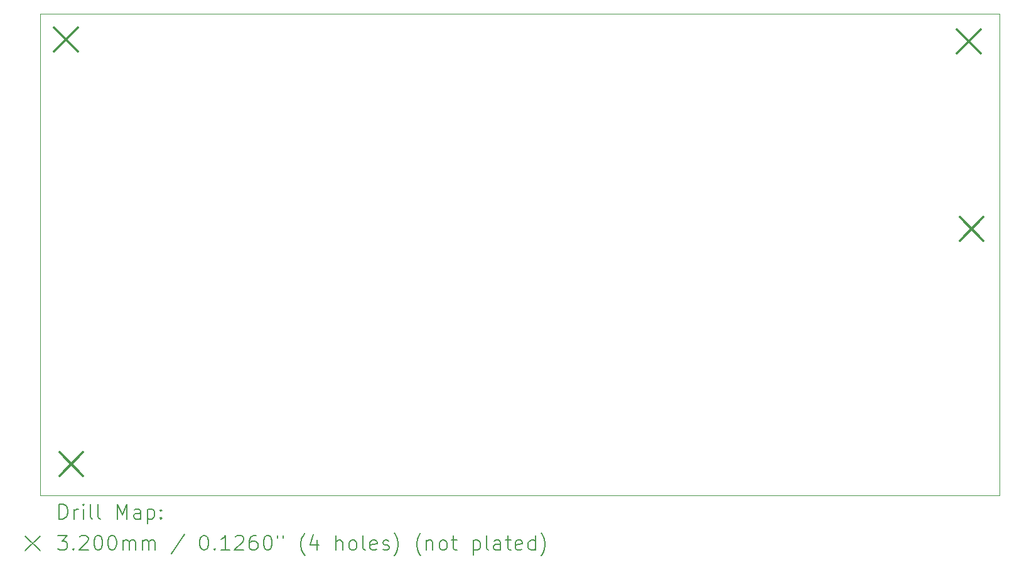
<source format=gbr>
%TF.GenerationSoftware,KiCad,Pcbnew,7.0.9*%
%TF.CreationDate,2024-02-13T17:02:38-03:00*%
%TF.ProjectId,pedido_casamento_smd,70656469-646f-45f6-9361-73616d656e74,rev?*%
%TF.SameCoordinates,Original*%
%TF.FileFunction,Drillmap*%
%TF.FilePolarity,Positive*%
%FSLAX45Y45*%
G04 Gerber Fmt 4.5, Leading zero omitted, Abs format (unit mm)*
G04 Created by KiCad (PCBNEW 7.0.9) date 2024-02-13 17:02:38*
%MOMM*%
%LPD*%
G01*
G04 APERTURE LIST*
%ADD10C,0.100000*%
%ADD11C,0.200000*%
%ADD12C,0.320000*%
G04 APERTURE END LIST*
D10*
X10147300Y-9624060D02*
X23078440Y-9624060D01*
X23078440Y-16128100D01*
X10147300Y-16128100D01*
X10147300Y-9624060D01*
D11*
D12*
X10330000Y-9810000D02*
X10650000Y-10130000D01*
X10650000Y-9810000D02*
X10330000Y-10130000D01*
X10405000Y-15540000D02*
X10725000Y-15860000D01*
X10725000Y-15540000D02*
X10405000Y-15860000D01*
X22510000Y-9835000D02*
X22830000Y-10155000D01*
X22830000Y-9835000D02*
X22510000Y-10155000D01*
X22545000Y-12370000D02*
X22865000Y-12690000D01*
X22865000Y-12370000D02*
X22545000Y-12690000D01*
D11*
X10403077Y-16444584D02*
X10403077Y-16244584D01*
X10403077Y-16244584D02*
X10450696Y-16244584D01*
X10450696Y-16244584D02*
X10479267Y-16254108D01*
X10479267Y-16254108D02*
X10498315Y-16273155D01*
X10498315Y-16273155D02*
X10507839Y-16292203D01*
X10507839Y-16292203D02*
X10517363Y-16330298D01*
X10517363Y-16330298D02*
X10517363Y-16358869D01*
X10517363Y-16358869D02*
X10507839Y-16396965D01*
X10507839Y-16396965D02*
X10498315Y-16416012D01*
X10498315Y-16416012D02*
X10479267Y-16435060D01*
X10479267Y-16435060D02*
X10450696Y-16444584D01*
X10450696Y-16444584D02*
X10403077Y-16444584D01*
X10603077Y-16444584D02*
X10603077Y-16311250D01*
X10603077Y-16349346D02*
X10612601Y-16330298D01*
X10612601Y-16330298D02*
X10622124Y-16320774D01*
X10622124Y-16320774D02*
X10641172Y-16311250D01*
X10641172Y-16311250D02*
X10660220Y-16311250D01*
X10726886Y-16444584D02*
X10726886Y-16311250D01*
X10726886Y-16244584D02*
X10717363Y-16254108D01*
X10717363Y-16254108D02*
X10726886Y-16263631D01*
X10726886Y-16263631D02*
X10736410Y-16254108D01*
X10736410Y-16254108D02*
X10726886Y-16244584D01*
X10726886Y-16244584D02*
X10726886Y-16263631D01*
X10850696Y-16444584D02*
X10831648Y-16435060D01*
X10831648Y-16435060D02*
X10822124Y-16416012D01*
X10822124Y-16416012D02*
X10822124Y-16244584D01*
X10955458Y-16444584D02*
X10936410Y-16435060D01*
X10936410Y-16435060D02*
X10926886Y-16416012D01*
X10926886Y-16416012D02*
X10926886Y-16244584D01*
X11184029Y-16444584D02*
X11184029Y-16244584D01*
X11184029Y-16244584D02*
X11250696Y-16387441D01*
X11250696Y-16387441D02*
X11317362Y-16244584D01*
X11317362Y-16244584D02*
X11317362Y-16444584D01*
X11498315Y-16444584D02*
X11498315Y-16339822D01*
X11498315Y-16339822D02*
X11488791Y-16320774D01*
X11488791Y-16320774D02*
X11469743Y-16311250D01*
X11469743Y-16311250D02*
X11431648Y-16311250D01*
X11431648Y-16311250D02*
X11412601Y-16320774D01*
X11498315Y-16435060D02*
X11479267Y-16444584D01*
X11479267Y-16444584D02*
X11431648Y-16444584D01*
X11431648Y-16444584D02*
X11412601Y-16435060D01*
X11412601Y-16435060D02*
X11403077Y-16416012D01*
X11403077Y-16416012D02*
X11403077Y-16396965D01*
X11403077Y-16396965D02*
X11412601Y-16377917D01*
X11412601Y-16377917D02*
X11431648Y-16368393D01*
X11431648Y-16368393D02*
X11479267Y-16368393D01*
X11479267Y-16368393D02*
X11498315Y-16358869D01*
X11593553Y-16311250D02*
X11593553Y-16511250D01*
X11593553Y-16320774D02*
X11612601Y-16311250D01*
X11612601Y-16311250D02*
X11650696Y-16311250D01*
X11650696Y-16311250D02*
X11669743Y-16320774D01*
X11669743Y-16320774D02*
X11679267Y-16330298D01*
X11679267Y-16330298D02*
X11688791Y-16349346D01*
X11688791Y-16349346D02*
X11688791Y-16406488D01*
X11688791Y-16406488D02*
X11679267Y-16425536D01*
X11679267Y-16425536D02*
X11669743Y-16435060D01*
X11669743Y-16435060D02*
X11650696Y-16444584D01*
X11650696Y-16444584D02*
X11612601Y-16444584D01*
X11612601Y-16444584D02*
X11593553Y-16435060D01*
X11774505Y-16425536D02*
X11784029Y-16435060D01*
X11784029Y-16435060D02*
X11774505Y-16444584D01*
X11774505Y-16444584D02*
X11764982Y-16435060D01*
X11764982Y-16435060D02*
X11774505Y-16425536D01*
X11774505Y-16425536D02*
X11774505Y-16444584D01*
X11774505Y-16320774D02*
X11784029Y-16330298D01*
X11784029Y-16330298D02*
X11774505Y-16339822D01*
X11774505Y-16339822D02*
X11764982Y-16330298D01*
X11764982Y-16330298D02*
X11774505Y-16320774D01*
X11774505Y-16320774D02*
X11774505Y-16339822D01*
X9942300Y-16673100D02*
X10142300Y-16873100D01*
X10142300Y-16673100D02*
X9942300Y-16873100D01*
X10384029Y-16664584D02*
X10507839Y-16664584D01*
X10507839Y-16664584D02*
X10441172Y-16740774D01*
X10441172Y-16740774D02*
X10469744Y-16740774D01*
X10469744Y-16740774D02*
X10488791Y-16750298D01*
X10488791Y-16750298D02*
X10498315Y-16759822D01*
X10498315Y-16759822D02*
X10507839Y-16778870D01*
X10507839Y-16778870D02*
X10507839Y-16826489D01*
X10507839Y-16826489D02*
X10498315Y-16845536D01*
X10498315Y-16845536D02*
X10488791Y-16855060D01*
X10488791Y-16855060D02*
X10469744Y-16864584D01*
X10469744Y-16864584D02*
X10412601Y-16864584D01*
X10412601Y-16864584D02*
X10393553Y-16855060D01*
X10393553Y-16855060D02*
X10384029Y-16845536D01*
X10593553Y-16845536D02*
X10603077Y-16855060D01*
X10603077Y-16855060D02*
X10593553Y-16864584D01*
X10593553Y-16864584D02*
X10584029Y-16855060D01*
X10584029Y-16855060D02*
X10593553Y-16845536D01*
X10593553Y-16845536D02*
X10593553Y-16864584D01*
X10679267Y-16683631D02*
X10688791Y-16674108D01*
X10688791Y-16674108D02*
X10707839Y-16664584D01*
X10707839Y-16664584D02*
X10755458Y-16664584D01*
X10755458Y-16664584D02*
X10774505Y-16674108D01*
X10774505Y-16674108D02*
X10784029Y-16683631D01*
X10784029Y-16683631D02*
X10793553Y-16702679D01*
X10793553Y-16702679D02*
X10793553Y-16721727D01*
X10793553Y-16721727D02*
X10784029Y-16750298D01*
X10784029Y-16750298D02*
X10669744Y-16864584D01*
X10669744Y-16864584D02*
X10793553Y-16864584D01*
X10917363Y-16664584D02*
X10936410Y-16664584D01*
X10936410Y-16664584D02*
X10955458Y-16674108D01*
X10955458Y-16674108D02*
X10964982Y-16683631D01*
X10964982Y-16683631D02*
X10974505Y-16702679D01*
X10974505Y-16702679D02*
X10984029Y-16740774D01*
X10984029Y-16740774D02*
X10984029Y-16788393D01*
X10984029Y-16788393D02*
X10974505Y-16826489D01*
X10974505Y-16826489D02*
X10964982Y-16845536D01*
X10964982Y-16845536D02*
X10955458Y-16855060D01*
X10955458Y-16855060D02*
X10936410Y-16864584D01*
X10936410Y-16864584D02*
X10917363Y-16864584D01*
X10917363Y-16864584D02*
X10898315Y-16855060D01*
X10898315Y-16855060D02*
X10888791Y-16845536D01*
X10888791Y-16845536D02*
X10879267Y-16826489D01*
X10879267Y-16826489D02*
X10869744Y-16788393D01*
X10869744Y-16788393D02*
X10869744Y-16740774D01*
X10869744Y-16740774D02*
X10879267Y-16702679D01*
X10879267Y-16702679D02*
X10888791Y-16683631D01*
X10888791Y-16683631D02*
X10898315Y-16674108D01*
X10898315Y-16674108D02*
X10917363Y-16664584D01*
X11107839Y-16664584D02*
X11126886Y-16664584D01*
X11126886Y-16664584D02*
X11145934Y-16674108D01*
X11145934Y-16674108D02*
X11155458Y-16683631D01*
X11155458Y-16683631D02*
X11164982Y-16702679D01*
X11164982Y-16702679D02*
X11174505Y-16740774D01*
X11174505Y-16740774D02*
X11174505Y-16788393D01*
X11174505Y-16788393D02*
X11164982Y-16826489D01*
X11164982Y-16826489D02*
X11155458Y-16845536D01*
X11155458Y-16845536D02*
X11145934Y-16855060D01*
X11145934Y-16855060D02*
X11126886Y-16864584D01*
X11126886Y-16864584D02*
X11107839Y-16864584D01*
X11107839Y-16864584D02*
X11088791Y-16855060D01*
X11088791Y-16855060D02*
X11079267Y-16845536D01*
X11079267Y-16845536D02*
X11069744Y-16826489D01*
X11069744Y-16826489D02*
X11060220Y-16788393D01*
X11060220Y-16788393D02*
X11060220Y-16740774D01*
X11060220Y-16740774D02*
X11069744Y-16702679D01*
X11069744Y-16702679D02*
X11079267Y-16683631D01*
X11079267Y-16683631D02*
X11088791Y-16674108D01*
X11088791Y-16674108D02*
X11107839Y-16664584D01*
X11260220Y-16864584D02*
X11260220Y-16731250D01*
X11260220Y-16750298D02*
X11269743Y-16740774D01*
X11269743Y-16740774D02*
X11288791Y-16731250D01*
X11288791Y-16731250D02*
X11317363Y-16731250D01*
X11317363Y-16731250D02*
X11336410Y-16740774D01*
X11336410Y-16740774D02*
X11345934Y-16759822D01*
X11345934Y-16759822D02*
X11345934Y-16864584D01*
X11345934Y-16759822D02*
X11355458Y-16740774D01*
X11355458Y-16740774D02*
X11374505Y-16731250D01*
X11374505Y-16731250D02*
X11403077Y-16731250D01*
X11403077Y-16731250D02*
X11422124Y-16740774D01*
X11422124Y-16740774D02*
X11431648Y-16759822D01*
X11431648Y-16759822D02*
X11431648Y-16864584D01*
X11526886Y-16864584D02*
X11526886Y-16731250D01*
X11526886Y-16750298D02*
X11536410Y-16740774D01*
X11536410Y-16740774D02*
X11555458Y-16731250D01*
X11555458Y-16731250D02*
X11584029Y-16731250D01*
X11584029Y-16731250D02*
X11603077Y-16740774D01*
X11603077Y-16740774D02*
X11612601Y-16759822D01*
X11612601Y-16759822D02*
X11612601Y-16864584D01*
X11612601Y-16759822D02*
X11622124Y-16740774D01*
X11622124Y-16740774D02*
X11641172Y-16731250D01*
X11641172Y-16731250D02*
X11669743Y-16731250D01*
X11669743Y-16731250D02*
X11688791Y-16740774D01*
X11688791Y-16740774D02*
X11698315Y-16759822D01*
X11698315Y-16759822D02*
X11698315Y-16864584D01*
X12088791Y-16655060D02*
X11917363Y-16912203D01*
X12345934Y-16664584D02*
X12364982Y-16664584D01*
X12364982Y-16664584D02*
X12384029Y-16674108D01*
X12384029Y-16674108D02*
X12393553Y-16683631D01*
X12393553Y-16683631D02*
X12403077Y-16702679D01*
X12403077Y-16702679D02*
X12412601Y-16740774D01*
X12412601Y-16740774D02*
X12412601Y-16788393D01*
X12412601Y-16788393D02*
X12403077Y-16826489D01*
X12403077Y-16826489D02*
X12393553Y-16845536D01*
X12393553Y-16845536D02*
X12384029Y-16855060D01*
X12384029Y-16855060D02*
X12364982Y-16864584D01*
X12364982Y-16864584D02*
X12345934Y-16864584D01*
X12345934Y-16864584D02*
X12326886Y-16855060D01*
X12326886Y-16855060D02*
X12317363Y-16845536D01*
X12317363Y-16845536D02*
X12307839Y-16826489D01*
X12307839Y-16826489D02*
X12298315Y-16788393D01*
X12298315Y-16788393D02*
X12298315Y-16740774D01*
X12298315Y-16740774D02*
X12307839Y-16702679D01*
X12307839Y-16702679D02*
X12317363Y-16683631D01*
X12317363Y-16683631D02*
X12326886Y-16674108D01*
X12326886Y-16674108D02*
X12345934Y-16664584D01*
X12498315Y-16845536D02*
X12507839Y-16855060D01*
X12507839Y-16855060D02*
X12498315Y-16864584D01*
X12498315Y-16864584D02*
X12488791Y-16855060D01*
X12488791Y-16855060D02*
X12498315Y-16845536D01*
X12498315Y-16845536D02*
X12498315Y-16864584D01*
X12698315Y-16864584D02*
X12584029Y-16864584D01*
X12641172Y-16864584D02*
X12641172Y-16664584D01*
X12641172Y-16664584D02*
X12622125Y-16693155D01*
X12622125Y-16693155D02*
X12603077Y-16712203D01*
X12603077Y-16712203D02*
X12584029Y-16721727D01*
X12774506Y-16683631D02*
X12784029Y-16674108D01*
X12784029Y-16674108D02*
X12803077Y-16664584D01*
X12803077Y-16664584D02*
X12850696Y-16664584D01*
X12850696Y-16664584D02*
X12869744Y-16674108D01*
X12869744Y-16674108D02*
X12879267Y-16683631D01*
X12879267Y-16683631D02*
X12888791Y-16702679D01*
X12888791Y-16702679D02*
X12888791Y-16721727D01*
X12888791Y-16721727D02*
X12879267Y-16750298D01*
X12879267Y-16750298D02*
X12764982Y-16864584D01*
X12764982Y-16864584D02*
X12888791Y-16864584D01*
X13060220Y-16664584D02*
X13022125Y-16664584D01*
X13022125Y-16664584D02*
X13003077Y-16674108D01*
X13003077Y-16674108D02*
X12993553Y-16683631D01*
X12993553Y-16683631D02*
X12974506Y-16712203D01*
X12974506Y-16712203D02*
X12964982Y-16750298D01*
X12964982Y-16750298D02*
X12964982Y-16826489D01*
X12964982Y-16826489D02*
X12974506Y-16845536D01*
X12974506Y-16845536D02*
X12984029Y-16855060D01*
X12984029Y-16855060D02*
X13003077Y-16864584D01*
X13003077Y-16864584D02*
X13041172Y-16864584D01*
X13041172Y-16864584D02*
X13060220Y-16855060D01*
X13060220Y-16855060D02*
X13069744Y-16845536D01*
X13069744Y-16845536D02*
X13079267Y-16826489D01*
X13079267Y-16826489D02*
X13079267Y-16778870D01*
X13079267Y-16778870D02*
X13069744Y-16759822D01*
X13069744Y-16759822D02*
X13060220Y-16750298D01*
X13060220Y-16750298D02*
X13041172Y-16740774D01*
X13041172Y-16740774D02*
X13003077Y-16740774D01*
X13003077Y-16740774D02*
X12984029Y-16750298D01*
X12984029Y-16750298D02*
X12974506Y-16759822D01*
X12974506Y-16759822D02*
X12964982Y-16778870D01*
X13203077Y-16664584D02*
X13222125Y-16664584D01*
X13222125Y-16664584D02*
X13241172Y-16674108D01*
X13241172Y-16674108D02*
X13250696Y-16683631D01*
X13250696Y-16683631D02*
X13260220Y-16702679D01*
X13260220Y-16702679D02*
X13269744Y-16740774D01*
X13269744Y-16740774D02*
X13269744Y-16788393D01*
X13269744Y-16788393D02*
X13260220Y-16826489D01*
X13260220Y-16826489D02*
X13250696Y-16845536D01*
X13250696Y-16845536D02*
X13241172Y-16855060D01*
X13241172Y-16855060D02*
X13222125Y-16864584D01*
X13222125Y-16864584D02*
X13203077Y-16864584D01*
X13203077Y-16864584D02*
X13184029Y-16855060D01*
X13184029Y-16855060D02*
X13174506Y-16845536D01*
X13174506Y-16845536D02*
X13164982Y-16826489D01*
X13164982Y-16826489D02*
X13155458Y-16788393D01*
X13155458Y-16788393D02*
X13155458Y-16740774D01*
X13155458Y-16740774D02*
X13164982Y-16702679D01*
X13164982Y-16702679D02*
X13174506Y-16683631D01*
X13174506Y-16683631D02*
X13184029Y-16674108D01*
X13184029Y-16674108D02*
X13203077Y-16664584D01*
X13345934Y-16664584D02*
X13345934Y-16702679D01*
X13422125Y-16664584D02*
X13422125Y-16702679D01*
X13717363Y-16940774D02*
X13707839Y-16931250D01*
X13707839Y-16931250D02*
X13688791Y-16902679D01*
X13688791Y-16902679D02*
X13679268Y-16883631D01*
X13679268Y-16883631D02*
X13669744Y-16855060D01*
X13669744Y-16855060D02*
X13660220Y-16807441D01*
X13660220Y-16807441D02*
X13660220Y-16769346D01*
X13660220Y-16769346D02*
X13669744Y-16721727D01*
X13669744Y-16721727D02*
X13679268Y-16693155D01*
X13679268Y-16693155D02*
X13688791Y-16674108D01*
X13688791Y-16674108D02*
X13707839Y-16645536D01*
X13707839Y-16645536D02*
X13717363Y-16636012D01*
X13879268Y-16731250D02*
X13879268Y-16864584D01*
X13831648Y-16655060D02*
X13784029Y-16797917D01*
X13784029Y-16797917D02*
X13907839Y-16797917D01*
X14136410Y-16864584D02*
X14136410Y-16664584D01*
X14222125Y-16864584D02*
X14222125Y-16759822D01*
X14222125Y-16759822D02*
X14212601Y-16740774D01*
X14212601Y-16740774D02*
X14193553Y-16731250D01*
X14193553Y-16731250D02*
X14164982Y-16731250D01*
X14164982Y-16731250D02*
X14145934Y-16740774D01*
X14145934Y-16740774D02*
X14136410Y-16750298D01*
X14345934Y-16864584D02*
X14326887Y-16855060D01*
X14326887Y-16855060D02*
X14317363Y-16845536D01*
X14317363Y-16845536D02*
X14307839Y-16826489D01*
X14307839Y-16826489D02*
X14307839Y-16769346D01*
X14307839Y-16769346D02*
X14317363Y-16750298D01*
X14317363Y-16750298D02*
X14326887Y-16740774D01*
X14326887Y-16740774D02*
X14345934Y-16731250D01*
X14345934Y-16731250D02*
X14374506Y-16731250D01*
X14374506Y-16731250D02*
X14393553Y-16740774D01*
X14393553Y-16740774D02*
X14403077Y-16750298D01*
X14403077Y-16750298D02*
X14412601Y-16769346D01*
X14412601Y-16769346D02*
X14412601Y-16826489D01*
X14412601Y-16826489D02*
X14403077Y-16845536D01*
X14403077Y-16845536D02*
X14393553Y-16855060D01*
X14393553Y-16855060D02*
X14374506Y-16864584D01*
X14374506Y-16864584D02*
X14345934Y-16864584D01*
X14526887Y-16864584D02*
X14507839Y-16855060D01*
X14507839Y-16855060D02*
X14498315Y-16836012D01*
X14498315Y-16836012D02*
X14498315Y-16664584D01*
X14679268Y-16855060D02*
X14660220Y-16864584D01*
X14660220Y-16864584D02*
X14622125Y-16864584D01*
X14622125Y-16864584D02*
X14603077Y-16855060D01*
X14603077Y-16855060D02*
X14593553Y-16836012D01*
X14593553Y-16836012D02*
X14593553Y-16759822D01*
X14593553Y-16759822D02*
X14603077Y-16740774D01*
X14603077Y-16740774D02*
X14622125Y-16731250D01*
X14622125Y-16731250D02*
X14660220Y-16731250D01*
X14660220Y-16731250D02*
X14679268Y-16740774D01*
X14679268Y-16740774D02*
X14688791Y-16759822D01*
X14688791Y-16759822D02*
X14688791Y-16778870D01*
X14688791Y-16778870D02*
X14593553Y-16797917D01*
X14764982Y-16855060D02*
X14784030Y-16864584D01*
X14784030Y-16864584D02*
X14822125Y-16864584D01*
X14822125Y-16864584D02*
X14841172Y-16855060D01*
X14841172Y-16855060D02*
X14850696Y-16836012D01*
X14850696Y-16836012D02*
X14850696Y-16826489D01*
X14850696Y-16826489D02*
X14841172Y-16807441D01*
X14841172Y-16807441D02*
X14822125Y-16797917D01*
X14822125Y-16797917D02*
X14793553Y-16797917D01*
X14793553Y-16797917D02*
X14774506Y-16788393D01*
X14774506Y-16788393D02*
X14764982Y-16769346D01*
X14764982Y-16769346D02*
X14764982Y-16759822D01*
X14764982Y-16759822D02*
X14774506Y-16740774D01*
X14774506Y-16740774D02*
X14793553Y-16731250D01*
X14793553Y-16731250D02*
X14822125Y-16731250D01*
X14822125Y-16731250D02*
X14841172Y-16740774D01*
X14917363Y-16940774D02*
X14926887Y-16931250D01*
X14926887Y-16931250D02*
X14945934Y-16902679D01*
X14945934Y-16902679D02*
X14955458Y-16883631D01*
X14955458Y-16883631D02*
X14964982Y-16855060D01*
X14964982Y-16855060D02*
X14974506Y-16807441D01*
X14974506Y-16807441D02*
X14974506Y-16769346D01*
X14974506Y-16769346D02*
X14964982Y-16721727D01*
X14964982Y-16721727D02*
X14955458Y-16693155D01*
X14955458Y-16693155D02*
X14945934Y-16674108D01*
X14945934Y-16674108D02*
X14926887Y-16645536D01*
X14926887Y-16645536D02*
X14917363Y-16636012D01*
X15279268Y-16940774D02*
X15269744Y-16931250D01*
X15269744Y-16931250D02*
X15250696Y-16902679D01*
X15250696Y-16902679D02*
X15241172Y-16883631D01*
X15241172Y-16883631D02*
X15231649Y-16855060D01*
X15231649Y-16855060D02*
X15222125Y-16807441D01*
X15222125Y-16807441D02*
X15222125Y-16769346D01*
X15222125Y-16769346D02*
X15231649Y-16721727D01*
X15231649Y-16721727D02*
X15241172Y-16693155D01*
X15241172Y-16693155D02*
X15250696Y-16674108D01*
X15250696Y-16674108D02*
X15269744Y-16645536D01*
X15269744Y-16645536D02*
X15279268Y-16636012D01*
X15355458Y-16731250D02*
X15355458Y-16864584D01*
X15355458Y-16750298D02*
X15364982Y-16740774D01*
X15364982Y-16740774D02*
X15384030Y-16731250D01*
X15384030Y-16731250D02*
X15412601Y-16731250D01*
X15412601Y-16731250D02*
X15431649Y-16740774D01*
X15431649Y-16740774D02*
X15441172Y-16759822D01*
X15441172Y-16759822D02*
X15441172Y-16864584D01*
X15564982Y-16864584D02*
X15545934Y-16855060D01*
X15545934Y-16855060D02*
X15536411Y-16845536D01*
X15536411Y-16845536D02*
X15526887Y-16826489D01*
X15526887Y-16826489D02*
X15526887Y-16769346D01*
X15526887Y-16769346D02*
X15536411Y-16750298D01*
X15536411Y-16750298D02*
X15545934Y-16740774D01*
X15545934Y-16740774D02*
X15564982Y-16731250D01*
X15564982Y-16731250D02*
X15593553Y-16731250D01*
X15593553Y-16731250D02*
X15612601Y-16740774D01*
X15612601Y-16740774D02*
X15622125Y-16750298D01*
X15622125Y-16750298D02*
X15631649Y-16769346D01*
X15631649Y-16769346D02*
X15631649Y-16826489D01*
X15631649Y-16826489D02*
X15622125Y-16845536D01*
X15622125Y-16845536D02*
X15612601Y-16855060D01*
X15612601Y-16855060D02*
X15593553Y-16864584D01*
X15593553Y-16864584D02*
X15564982Y-16864584D01*
X15688792Y-16731250D02*
X15764982Y-16731250D01*
X15717363Y-16664584D02*
X15717363Y-16836012D01*
X15717363Y-16836012D02*
X15726887Y-16855060D01*
X15726887Y-16855060D02*
X15745934Y-16864584D01*
X15745934Y-16864584D02*
X15764982Y-16864584D01*
X15984030Y-16731250D02*
X15984030Y-16931250D01*
X15984030Y-16740774D02*
X16003077Y-16731250D01*
X16003077Y-16731250D02*
X16041173Y-16731250D01*
X16041173Y-16731250D02*
X16060220Y-16740774D01*
X16060220Y-16740774D02*
X16069744Y-16750298D01*
X16069744Y-16750298D02*
X16079268Y-16769346D01*
X16079268Y-16769346D02*
X16079268Y-16826489D01*
X16079268Y-16826489D02*
X16069744Y-16845536D01*
X16069744Y-16845536D02*
X16060220Y-16855060D01*
X16060220Y-16855060D02*
X16041173Y-16864584D01*
X16041173Y-16864584D02*
X16003077Y-16864584D01*
X16003077Y-16864584D02*
X15984030Y-16855060D01*
X16193553Y-16864584D02*
X16174506Y-16855060D01*
X16174506Y-16855060D02*
X16164982Y-16836012D01*
X16164982Y-16836012D02*
X16164982Y-16664584D01*
X16355458Y-16864584D02*
X16355458Y-16759822D01*
X16355458Y-16759822D02*
X16345934Y-16740774D01*
X16345934Y-16740774D02*
X16326887Y-16731250D01*
X16326887Y-16731250D02*
X16288792Y-16731250D01*
X16288792Y-16731250D02*
X16269744Y-16740774D01*
X16355458Y-16855060D02*
X16336411Y-16864584D01*
X16336411Y-16864584D02*
X16288792Y-16864584D01*
X16288792Y-16864584D02*
X16269744Y-16855060D01*
X16269744Y-16855060D02*
X16260220Y-16836012D01*
X16260220Y-16836012D02*
X16260220Y-16816965D01*
X16260220Y-16816965D02*
X16269744Y-16797917D01*
X16269744Y-16797917D02*
X16288792Y-16788393D01*
X16288792Y-16788393D02*
X16336411Y-16788393D01*
X16336411Y-16788393D02*
X16355458Y-16778870D01*
X16422125Y-16731250D02*
X16498315Y-16731250D01*
X16450696Y-16664584D02*
X16450696Y-16836012D01*
X16450696Y-16836012D02*
X16460220Y-16855060D01*
X16460220Y-16855060D02*
X16479268Y-16864584D01*
X16479268Y-16864584D02*
X16498315Y-16864584D01*
X16641173Y-16855060D02*
X16622125Y-16864584D01*
X16622125Y-16864584D02*
X16584030Y-16864584D01*
X16584030Y-16864584D02*
X16564982Y-16855060D01*
X16564982Y-16855060D02*
X16555458Y-16836012D01*
X16555458Y-16836012D02*
X16555458Y-16759822D01*
X16555458Y-16759822D02*
X16564982Y-16740774D01*
X16564982Y-16740774D02*
X16584030Y-16731250D01*
X16584030Y-16731250D02*
X16622125Y-16731250D01*
X16622125Y-16731250D02*
X16641173Y-16740774D01*
X16641173Y-16740774D02*
X16650696Y-16759822D01*
X16650696Y-16759822D02*
X16650696Y-16778870D01*
X16650696Y-16778870D02*
X16555458Y-16797917D01*
X16822125Y-16864584D02*
X16822125Y-16664584D01*
X16822125Y-16855060D02*
X16803077Y-16864584D01*
X16803077Y-16864584D02*
X16764982Y-16864584D01*
X16764982Y-16864584D02*
X16745934Y-16855060D01*
X16745934Y-16855060D02*
X16736411Y-16845536D01*
X16736411Y-16845536D02*
X16726887Y-16826489D01*
X16726887Y-16826489D02*
X16726887Y-16769346D01*
X16726887Y-16769346D02*
X16736411Y-16750298D01*
X16736411Y-16750298D02*
X16745934Y-16740774D01*
X16745934Y-16740774D02*
X16764982Y-16731250D01*
X16764982Y-16731250D02*
X16803077Y-16731250D01*
X16803077Y-16731250D02*
X16822125Y-16740774D01*
X16898316Y-16940774D02*
X16907839Y-16931250D01*
X16907839Y-16931250D02*
X16926887Y-16902679D01*
X16926887Y-16902679D02*
X16936411Y-16883631D01*
X16936411Y-16883631D02*
X16945935Y-16855060D01*
X16945935Y-16855060D02*
X16955458Y-16807441D01*
X16955458Y-16807441D02*
X16955458Y-16769346D01*
X16955458Y-16769346D02*
X16945935Y-16721727D01*
X16945935Y-16721727D02*
X16936411Y-16693155D01*
X16936411Y-16693155D02*
X16926887Y-16674108D01*
X16926887Y-16674108D02*
X16907839Y-16645536D01*
X16907839Y-16645536D02*
X16898316Y-16636012D01*
M02*

</source>
